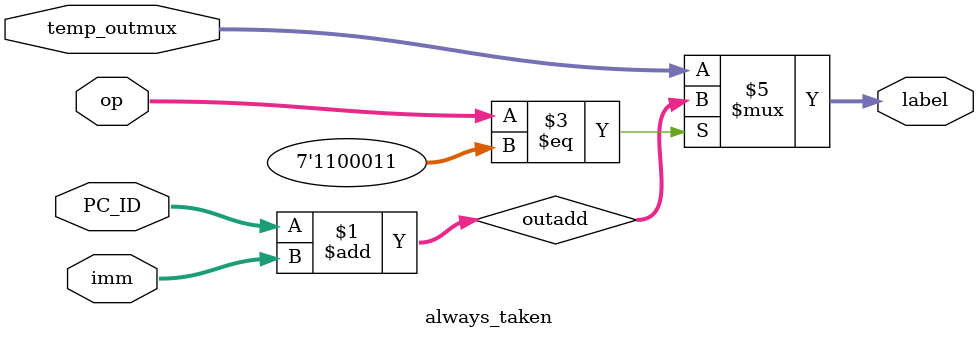
<source format=sv>
module always_taken #(parameter Width=32) (
	//inputs
	input logic [Width-1:0] PC_ID,imm,temp_outmux,
	input logic [6:0] op,
	//output
	output logic [Width-1:0] label
);
logic [Width-1:0] outadd;
assign outadd = PC_ID + imm;
always_comb begin
	if(op == 7'b1100011)
		label = outadd;
	else
		label = temp_outmux;
end
endmodule

</source>
